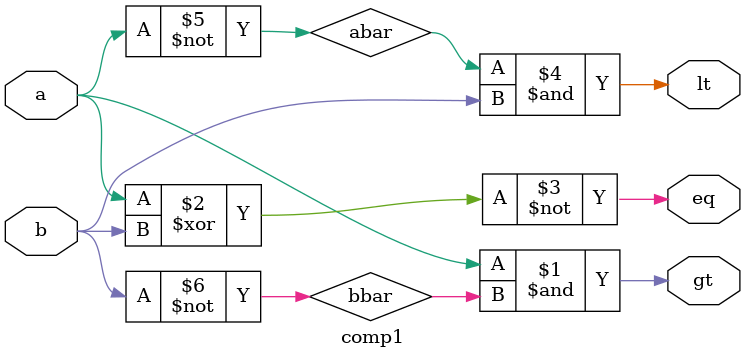
<source format=v>
module comp1(gt,eq,lt,a,b);
input a,b;
output gt,eq,lt;
and G1(gt,a,bbar);
xnor G2(eq,a,b);
and G3(lt,abar,b);
not G4(abar,a);
not G5(bbar,b);
endmodule 
</source>
